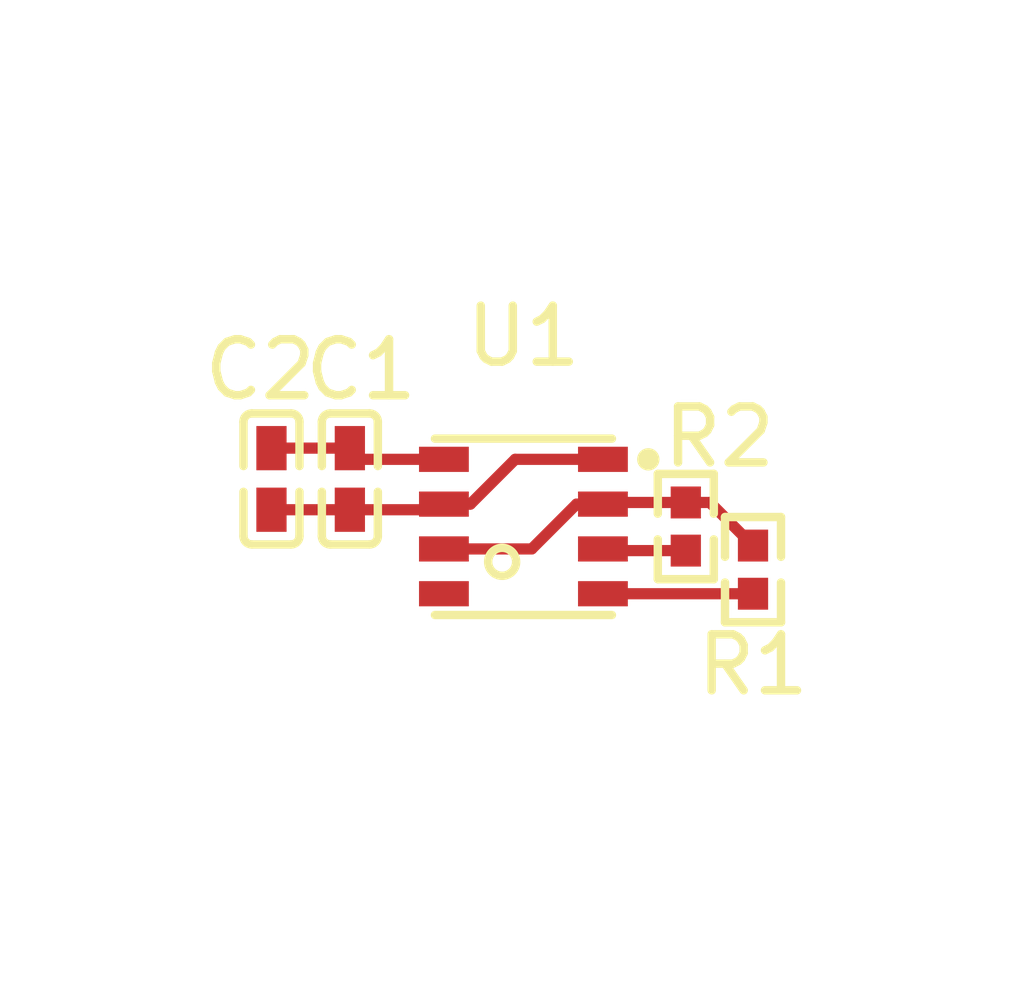
<source format=kicad_pcb>
(kicad_pcb (version 20241229) (generator "pcbnew") (generator_version "9.0")
  (layers (0 "F.Cu" signal) (2 "B.Cu" signal) (13 "F.Paste" user) (15 "B.Paste" user) (5 "F.SilkS" user "F.Silkscreen") (7 "B.SilkS" user "B.Silkscreen") (1 "F.Mask" user) (3 "B.Mask" user) (25 "Edge.Cuts" user))
  (net 0 "")
  (net 1 "SCK")
  (net 2 "VDD")
  (net 3 "SDI")
  (net 4 "gnd")
  (net 5 "VDDIO")
  (net 6 "SDO")
  (footprint "atopile:R0402-56259e" (layer "F.Cu") (at 23.6 21.77 90)
    (property "Reference" "R1" (at -1.7 0 180) (layer "F.SilkS") (hide no))
    (property "Value" "10kΩ ±1% 62.5mW")
    (fp_line (start 0.94 -0.5) (end 0.23 -0.5) (stroke (width 0.15)) (layer "F.SilkS"))
    (fp_line (start -0.94 -0.5) (end -0.23 -0.5) (stroke (width 0.15)) (layer "F.SilkS"))
    (fp_line (start 0.94 0.5) (end 0.94 -0.5) (stroke (width 0.15)) (layer "F.SilkS"))
    (fp_line (start 0.23 0.5) (end 0.94 0.5) (stroke (width 0.15)) (layer "F.SilkS"))
    (fp_line (start -0.23 0.5) (end -0.94 0.5) (stroke (width 0.15)) (layer "F.SilkS"))
    (fp_line (start -0.94 0.5) (end -0.94 -0.5) (stroke (width 0.15)) (layer "F.SilkS"))
    (pad "1" smd rect (at -0.43 0 90) (size 0.57 0.54) (layers "F.Cu" "F.Mask" "F.Paste") (net 1 "SCK"))
    (pad "2" smd rect (at 0.43 0 90) (size 0.57 0.54) (layers "F.Cu" "F.Mask" "F.Paste") (net 5 "VDDIO"))
  )
  (footprint "atopile:R0402-56259e" (layer "F.Cu") (at 22.4 21 90)
    (property "Reference" "R2" (at 1.6 0.6 180) (layer "F.SilkS") (hide no))
    (property "Value" "10kΩ ±1% 62.5mW")
    (fp_line (start 0.94 -0.5) (end 0.23 -0.5) (stroke (width 0.15)) (layer "F.SilkS"))
    (fp_line (start -0.94 -0.5) (end -0.23 -0.5) (stroke (width 0.15)) (layer "F.SilkS"))
    (fp_line (start 0.94 0.5) (end 0.94 -0.5) (stroke (width 0.15)) (layer "F.SilkS"))
    (fp_line (start 0.23 0.5) (end 0.94 0.5) (stroke (width 0.15)) (layer "F.SilkS"))
    (fp_line (start -0.23 0.5) (end -0.94 0.5) (stroke (width 0.15)) (layer "F.SilkS"))
    (fp_line (start -0.94 0.5) (end -0.94 -0.5) (stroke (width 0.15)) (layer "F.SilkS"))
    (pad "1" smd rect (at -0.43 0 90) (size 0.57 0.54) (layers "F.Cu" "F.Mask" "F.Paste") (net 3 "SDI"))
    (pad "2" smd rect (at 0.43 0 90) (size 0.57 0.54) (layers "F.Cu" "F.Mask" "F.Paste") (net 5 "VDDIO"))
  )
  (footprint "atopile:C0402-b3ef17" (layer "F.Cu") (at 15 20.15 -90)
    (property "Reference" "C2" (at -1.95 0.2 180) (layer "F.SilkS") (hide no))
    (property "Value" "100nF ±10% 16V X7R")
    (fp_line (start -0.23 0.5) (end -1.02 0.5) (stroke (width 0.15)) (layer "F.SilkS"))
    (fp_line (start 0.23 0.5) (end 1.02 0.5) (stroke (width 0.15)) (layer "F.SilkS"))
    (fp_line (start -1.17 0.35) (end -1.17 -0.35) (stroke (width 0.15)) (layer "F.SilkS"))
    (fp_line (start 1.17 0.35) (end 1.17 -0.35) (stroke (width 0.15)) (layer "F.SilkS"))
    (fp_line (start -1.02 -0.5) (end -0.23 -0.5) (stroke (width 0.15)) (layer "F.SilkS"))
    (fp_line (start 1.02 -0.5) (end 0.23 -0.5) (stroke (width 0.15)) (layer "F.SilkS"))
    (fp_arc (start -1.02 0.5) (mid -1.126066 0.456066) (end -1.17 0.35) (stroke (width 0.15)) (layer "F.SilkS"))
    (fp_arc (start 1.17 0.35) (mid 1.126066 0.456066) (end 1.02 0.5) (stroke (width 0.15)) (layer "F.SilkS"))
    (fp_arc (start -1.17 -0.35) (mid -1.126066 -0.456066) (end -1.02 -0.5) (stroke (width 0.15)) (layer "F.SilkS"))
    (fp_arc (start 1.02 -0.5) (mid 1.126066 -0.456066) (end 1.17 -0.35) (stroke (width 0.15)) (layer "F.SilkS"))
    (pad "1" smd rect (at -0.55 0 270) (size 0.79 0.54) (layers "F.Cu" "F.Mask" "F.Paste") (net 2 "VDD"))
    (pad "2" smd rect (at 0.55 0 270) (size 0.79 0.54) (layers "F.Cu" "F.Mask" "F.Paste") (net 4 "gnd"))
  )
  (footprint "atopile:LGA-8_L3.0-W3.0-P0.80_BME688-7465bb" (layer "F.Cu") (at 19.5 21 0)
    (property "Reference" "U1" (at 0 -3.4 0) (layer "F.SilkS") (hide no))
    (property "Value" "")
    (fp_line (start -1.58 -1.57) (end 1.58 -1.57) (stroke (width 0.15)) (layer "F.SilkS"))
    (fp_line (start -1.58 1.58) (end 1.58 1.58) (stroke (width 0.15)) (layer "F.SilkS"))
    (fp_circle (center -0.38 0.63) (end -0.13 0.63) (stroke (width 0.15)) (fill no) (layer "F.SilkS"))
    (fp_circle (center 2.23 -1.2) (end 2.33 -1.2) (stroke (width 0.2)) (fill no) (layer "F.SilkS"))
    (pad "1" smd rect (at 1.42 -1.2 270) (size 0.45 0.89) (layers "F.Cu" "F.Mask" "F.Paste") (net 4 "gnd"))
    (pad "2" smd rect (at 1.42 -0.4 270) (size 0.45 0.89) (layers "F.Cu" "F.Mask" "F.Paste") (net 5 "VDDIO"))
    (pad "3" smd rect (at 1.42 0.4 270) (size 0.45 0.89) (layers "F.Cu" "F.Mask" "F.Paste") (net 3 "SDI"))
    (pad "4" smd rect (at 1.42 1.2 270) (size 0.45 0.89) (layers "F.Cu" "F.Mask" "F.Paste") (net 1 "SCK"))
    (pad "5" smd rect (at -1.42 1.2 270) (size 0.45 0.89) (layers "F.Cu" "F.Mask" "F.Paste") (net 6 "SDO"))
    (pad "6" smd rect (at -1.42 0.4 270) (size 0.45 0.89) (layers "F.Cu" "F.Mask" "F.Paste") (net 5 "VDDIO"))
    (pad "7" smd rect (at -1.42 -0.4 270) (size 0.45 0.89) (layers "F.Cu" "F.Mask" "F.Paste") (net 4 "gnd"))
    (pad "8" smd rect (at -1.42 -1.2 270) (size 0.45 0.89) (layers "F.Cu" "F.Mask" "F.Paste") (net 2 "VDD"))
  )
  (footprint "atopile:C0402-b3ef17" (layer "F.Cu") (at 16.4 20.15 -90)
    (property "Reference" "C1" (at -1.95 -0.2 180) (layer "F.SilkS") (hide no))
    (property "Value" "100nF ±10% 16V X7R")
    (fp_line (start -0.23 0.5) (end -1.02 0.5) (stroke (width 0.15)) (layer "F.SilkS"))
    (fp_line (start 0.23 0.5) (end 1.02 0.5) (stroke (width 0.15)) (layer "F.SilkS"))
    (fp_line (start -1.17 0.35) (end -1.17 -0.35) (stroke (width 0.15)) (layer "F.SilkS"))
    (fp_line (start 1.17 0.35) (end 1.17 -0.35) (stroke (width 0.15)) (layer "F.SilkS"))
    (fp_line (start -1.02 -0.5) (end -0.23 -0.5) (stroke (width 0.15)) (layer "F.SilkS"))
    (fp_line (start 1.02 -0.5) (end 0.23 -0.5) (stroke (width 0.15)) (layer "F.SilkS"))
    (fp_arc (start -1.02 0.5) (mid -1.126066 0.456066) (end -1.17 0.35) (stroke (width 0.15)) (layer "F.SilkS"))
    (fp_arc (start 1.17 0.35) (mid 1.126066 0.456066) (end 1.02 0.5) (stroke (width 0.15)) (layer "F.SilkS"))
    (fp_arc (start -1.17 -0.35) (mid -1.126066 -0.456066) (end -1.02 -0.5) (stroke (width 0.15)) (layer "F.SilkS"))
    (fp_arc (start 1.02 -0.5) (mid 1.126066 -0.456066) (end 1.17 -0.35) (stroke (width 0.15)) (layer "F.SilkS"))
    (pad "1" smd rect (at -0.55 0 270) (size 0.79 0.54) (layers "F.Cu" "F.Mask" "F.Paste") (net 2 "VDD"))
    (pad "2" smd rect (at 0.55 0 270) (size 0.79 0.54) (layers "F.Cu" "F.Mask" "F.Paste") (net 4 "gnd"))
  )
  (segment (start 23.6 22.2) (end 20.92 22.2) (width 0.2) (net 1) (layer "F.Cu"))
  (segment (start 18.08 19.8) (end 16.6 19.8) (width 0.2) (net 2) (layer "F.Cu"))
  (segment (start 16.6 19.8) (end 16.4 19.6) (width 0.2) (net 2) (layer "F.Cu"))
  (segment (start 16.4 19.6) (end 15 19.6) (width 0.2) (net 2) (layer "F.Cu"))
  (segment (start 20.95 21.43) (end 20.92 21.4) (width 0.2) (net 3) (layer "F.Cu"))
  (segment (start 22.4 21.43) (end 20.95 21.43) (width 0.2) (net 3) (layer "F.Cu"))
  (segment (start 20.92 19.8) (end 19.352 19.8) (width 0.2) (net 4) (layer "F.Cu"))
  (segment (start 17.98 20.7) (end 18.08 20.6) (width 0.2) (net 4) (layer "F.Cu"))
  (segment (start 18.552 20.6) (end 18.08 20.6) (width 0.2) (net 4) (layer "F.Cu"))
  (segment (start 19.352 19.8) (end 18.552 20.6) (width 0.2) (net 4) (layer "F.Cu"))
  (segment (start 16.4 20.7) (end 17.98 20.7) (width 0.2) (net 4) (layer "F.Cu"))
  (segment (start 15 20.7) (end 16.4 20.7) (width 0.2) (net 4) (layer "F.Cu"))
  (segment (start 18.08 21.4) (end 19.648 21.4) (width 0.2) (net 5) (layer "F.Cu"))
  (segment (start 19.648 21.4) (end 20.448 20.6) (width 0.2) (net 5) (layer "F.Cu"))
  (segment (start 22.4 20.57) (end 20.95 20.57) (width 0.2) (net 5) (layer "F.Cu"))
  (segment (start 20.448 20.6) (end 20.92 20.6) (width 0.2) (net 5) (layer "F.Cu"))
  (segment (start 23.6 21.34) (end 22.83 20.57) (width 0.2) (net 5) (layer "F.Cu"))
  (segment (start 20.95 20.57) (end 20.92 20.6) (width 0.2) (net 5) (layer "F.Cu"))
  (segment (start 22.83 20.57) (end 22.4 20.57) (width 0.2) (net 5) (layer "F.Cu"))
)
</source>
